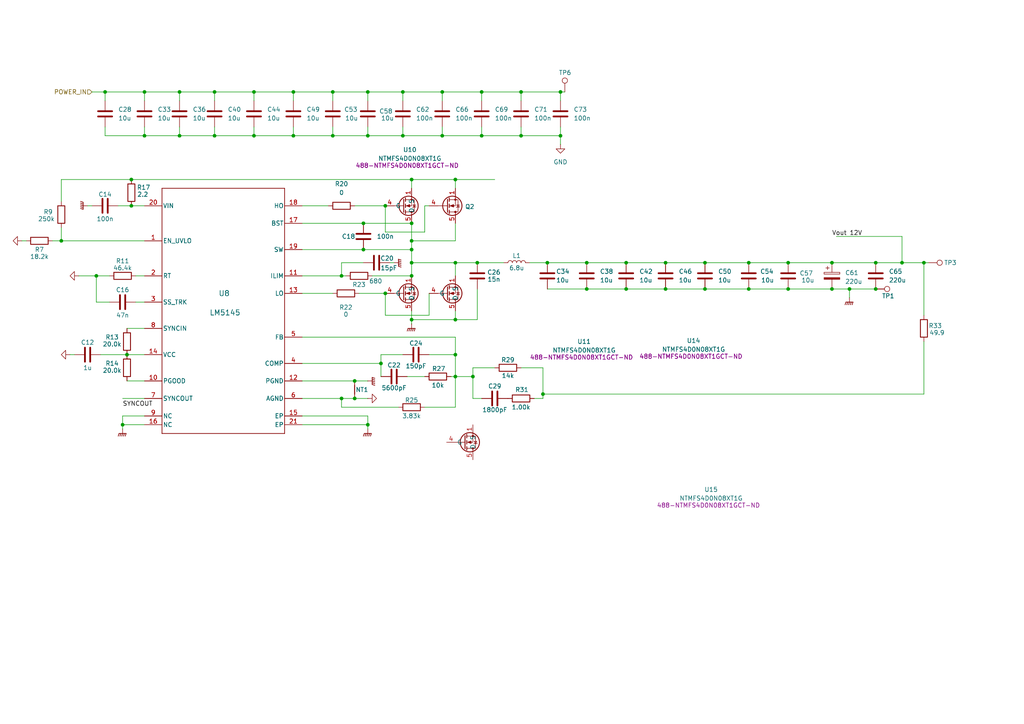
<source format=kicad_sch>
(kicad_sch (version 20231120) (generator "eeschema") (generator_version "8.0")
  (paper "A4")
  (lib_symbols
    (symbol "2024-07-27_02-47-30:LM5145RGYR" (pin_names (offset 0.254))
      (property "Reference" "U" (at 0 2.54 0))
      (property "Value" "LM5145RGYR" (at 0 0 0))
      (symbol "LM5145RGYR_0_1"
        (polyline (pts (xy -17.78 -35.56) (xy 17.78 -35.56)) (stroke (width 0.2032)))
        (polyline (pts (xy -17.78 35.56) (xy -17.78 -35.56)) (stroke (width 0.2032)))
        (polyline (pts (xy 17.78 -35.56) (xy 17.78 35.56)) (stroke (width 0.2032)))
        (polyline (pts (xy 17.78 35.56) (xy -17.78 35.56)) (stroke (width 0.2032)))
        (pin input line (at -22.86 20.32 0) (length 5.08) (name "EN_UVLO") (number "1"))
        (pin open_collector line (at -22.86 -20.32 0) (length 5.08) (name "PGOOD") (number "10"))
        (pin input line (at 22.86 10.16 180) (length 5.08) (name "ILIM") (number "11"))
        (pin power_in line (at 22.86 -20.32 180) (length 5.08) (name "PGND") (number "12"))
        (pin output line (at 22.86 5.08 180) (length 5.08) (name "LO") (number "13"))
        (pin power_in line (at -22.86 -12.7 0) (length 5.08) (name "VCC") (number "14"))
        (pin power_in line (at 22.86 -30.48 180) (length 5.08) (name "EP") (number "15"))
        (pin unspecified line (at -22.86 -33.02 0) (length 5.08) (name "NC") (number "16"))
        (pin unspecified line (at 22.86 25.4 180) (length 5.08) (name "BST") (number "17"))
        (pin output line (at 22.86 30.48 180) (length 5.08) (name "HO") (number "18"))
        (pin power_in line (at 22.86 17.78 180) (length 5.08) (name "SW") (number "19"))
        (pin input line (at -22.86 10.16 0) (length 5.08) (name "RT") (number "2"))
        (pin power_in line (at -22.86 30.48 0) (length 5.08) (name "VIN") (number "20"))
        (pin power_in line (at 22.86 -33.02 180) (length 5.08) (name "EP") (number "21"))
        (pin input line (at -22.86 2.54 0) (length 5.08) (name "SS_TRK") (number "3"))
        (pin unspecified line (at 22.86 -15.24 180) (length 5.08) (name "COMP") (number "4"))
        (pin input line (at 22.86 -7.62 180) (length 5.08) (name "FB") (number "5"))
        (pin power_in line (at 22.86 -25.4 180) (length 5.08) (name "AGND") (number "6"))
        (pin output line (at -22.86 -25.4 0) (length 5.08) (name "SYNCOUT") (number "7"))
        (pin input line (at -22.86 -5.08 0) (length 5.08) (name "SYNCIN") (number "8"))
        (pin unspecified line (at -22.86 -30.48 0) (length 5.08) (name "NC") (number "9"))
      )
    )
    (symbol "Connector:TestPoint" (pin_numbers hide) (pin_names (offset 0.762) hide)
      (property "Reference" "TP" (at 0 6.858 0))
      (property "Value" "TestPoint" (at 0 5.08 0))
      (symbol "TestPoint_0_1"
        (circle (center 0 3.302) (radius 0.762))
      )
      (symbol "TestPoint_1_1"
        (pin passive line (at 0 0 90) (length 2.54) (name "1") (number "1"))
      )
    )
    (symbol "Device:C" (pin_numbers hide) (pin_names (offset 0.254))
      (property "Reference" "C" (at 0.635 2.54 0))
      (property "Value" "C" (at 0.635 -2.54 0))
      (symbol "C_0_1"
        (polyline (pts (xy -2.032 -0.762) (xy 2.032 -0.762)) (stroke (width 0.508)))
        (polyline (pts (xy -2.032 0.762) (xy 2.032 0.762)) (stroke (width 0.508)))
      )
      (symbol "C_1_1"
        (pin passive line (at 0 3.81 270) (length 2.794) (name "~") (number "1"))
        (pin passive line (at 0 -3.81 90) (length 2.794) (name "~") (number "2"))
      )
    )
    (symbol "Device:C_Polarized" (pin_numbers hide) (pin_names (offset 0.254))
      (property "Reference" "C" (at 0.635 2.54 0))
      (property "Value" "C_Polarized" (at 0.635 -2.54 0))
      (symbol "C_Polarized_0_1"
        (rectangle (start -2.286 0.508) (end 2.286 1.016))
        (polyline (pts (xy -1.778 2.286) (xy -0.762 2.286)))
        (polyline (pts (xy -1.27 2.794) (xy -1.27 1.778)))
        (rectangle (start 2.286 -0.508) (end -2.286 -1.016) (fill (type outline)))
      )
      (symbol "C_Polarized_1_1"
        (pin passive line (at 0 3.81 270) (length 2.794) (name "~") (number "1"))
        (pin passive line (at 0 -3.81 90) (length 2.794) (name "~") (number "2"))
      )
    )
    (symbol "Device:L" (pin_numbers hide) (pin_names (offset 1.016) hide)
      (property "Reference" "L" (at -1.27 0 90))
      (property "Value" "L" (at 1.905 0 90))
      (symbol "L_0_1"
        (arc (start 0 -2.54) (mid 0.6323 -1.905) (end 0 -1.27))
        (arc (start 0 -1.27) (mid 0.6323 -0.635) (end 0 0))
        (arc (start 0 0) (mid 0.6323 0.635) (end 0 1.27))
        (arc (start 0 1.27) (mid 0.6323 1.905) (end 0 2.54))
      )
      (symbol "L_1_1"
        (pin passive line (at 0 3.81 270) (length 1.27) (name "1") (number "1"))
        (pin passive line (at 0 -3.81 90) (length 1.27) (name "2") (number "2"))
      )
    )
    (symbol "Device:NetTie_2" (pin_numbers hide) (pin_names (offset 0) hide) (in_bom no)
      (property "Reference" "NT" (at 0 1.27 0))
      (property "Value" "NetTie_2" (at 0 -1.27 0))
      (symbol "NetTie_2_0_1"
        (polyline (pts (xy -1.27 0) (xy 1.27 0)) (stroke (width 0.254)))
      )
      (symbol "NetTie_2_1_1"
        (pin passive line (at -2.54 0 0) (length 2.54) (name "1") (number "1"))
        (pin passive line (at 2.54 0 180) (length 2.54) (name "2") (number "2"))
      )
    )
    (symbol "Device:R" (pin_numbers hide) (pin_names (offset 0))
      (property "Reference" "R" (at 2.032 0 90))
      (property "Value" "R" (at 0 0 90))
      (symbol "R_0_1"
        (rectangle (start -1.016 -2.54) (end 1.016 2.54) (stroke (width 0.254)))
      )
      (symbol "R_1_1"
        (pin passive line (at 0 3.81 270) (length 1.27) (name "~") (number "1"))
        (pin passive line (at 0 -3.81 90) (length 1.27) (name "~") (number "2"))
      )
    )
    (symbol "NTMFS4D0N08XT1G_1"
      (property "Reference" "U" (at 3.556 5.08 0))
      (property "Value" "NTMFS4D0N08XT1G" (at 11.938 2.794 0))
      (property "DK#" "488-NTMFS4D0N08XT1GCT-ND" (at 0.762 -13.97 0))
      (symbol "NTMFS4D0N08XT1G_1_0_1"
        (circle (center -0.889 0) (radius 2.794) (stroke (width 0.254)))
        (circle (center 0 -1.778) (radius 0.254) (fill (type outline)))
        (polyline (pts (xy -2.286 0) (xy -5.08 0)))
        (polyline (pts (xy -2.286 1.905) (xy -2.286 -1.905)) (stroke (width 0.254)))
        (polyline (pts (xy -1.778 -1.27) (xy -1.778 -2.286)) (stroke (width 0.254)))
        (polyline (pts (xy -1.778 0.508) (xy -1.778 -0.508)) (stroke (width 0.254)))
        (polyline (pts (xy -1.778 2.286) (xy -1.778 1.27)) (stroke (width 0.254)))
        (polyline (pts (xy 0 2.54) (xy 0 1.778)))
        (polyline (pts (xy 0 -2.54) (xy 0 0) (xy -1.778 0)))
        (polyline (pts (xy -1.778 -1.778) (xy 0.762 -1.778) (xy 0.762 1.778) (xy -1.778 1.778)))
        (polyline (pts (xy -1.524 0) (xy -0.508 0.381) (xy -0.508 -0.381) (xy -1.524 0)) (fill (type outline)))
        (polyline (pts (xy 0.254 0.508) (xy 0.381 0.381) (xy 1.143 0.381) (xy 1.27 0.254)))
        (polyline (pts (xy 0.762 0.381) (xy 0.381 -0.254) (xy 1.143 -0.254) (xy 0.762 0.381)))
        (circle (center 0 1.778) (radius 0.254) (fill (type outline)))
      )
      (symbol "NTMFS4D0N08XT1G_1_1_1"
        (pin passive line (at 0 -5.08 90) (length 2.54) (name "S") (number "1"))
        (pin passive line (at 0 -5.08 90) (length 2.54) hide (name "S") (number "2"))
        (pin passive line (at 0 -5.08 90) (length 2.54) hide (name "S") (number "3"))
        (pin input line (at -7.62 0 0) (length 2.54) (name "G") (number "4"))
        (pin passive line (at 0 5.08 270) (length 2.54) (name "D") (number "5"))
      )
    )
    (symbol "Transistor_FET:CSD18563Q5A" (pin_names hide)
      (property "Reference" "Q" (at 5.08 1.905 0))
      (property "Value" "CSD18563Q5A" (at 5.08 0 0))
      (symbol "CSD18563Q5A_0_1"
        (polyline (pts (xy 0.254 0) (xy -2.54 0)))
        (polyline (pts (xy 0.254 1.905) (xy 0.254 -1.905)) (stroke (width 0.254)))
        (polyline (pts (xy 0.762 -1.27) (xy 0.762 -2.286)) (stroke (width 0.254)))
        (polyline (pts (xy 0.762 0.508) (xy 0.762 -0.508)) (stroke (width 0.254)))
        (polyline (pts (xy 0.762 2.286) (xy 0.762 1.27)) (stroke (width 0.254)))
        (polyline (pts (xy 2.54 2.54) (xy 2.54 1.778)))
        (polyline (pts (xy 2.54 -2.54) (xy 2.54 0) (xy 0.762 0)))
        (polyline (pts (xy 0.762 -1.778) (xy 3.302 -1.778) (xy 3.302 1.778) (xy 0.762 1.778)))
        (polyline (pts (xy 1.016 0) (xy 2.032 0.381) (xy 2.032 -0.381) (xy 1.016 0)) (fill (type outline)))
        (polyline (pts (xy 2.794 0.508) (xy 2.921 0.381) (xy 3.683 0.381) (xy 3.81 0.254)))
        (polyline (pts (xy 3.302 0.381) (xy 2.921 -0.254) (xy 3.683 -0.254) (xy 3.302 0.381)))
        (circle (center 1.651 0) (radius 2.794) (stroke (width 0.254)))
        (circle (center 2.54 -1.778) (radius 0.254) (fill (type outline)))
        (circle (center 2.54 1.778) (radius 0.254) (fill (type outline)))
      )
      (symbol "CSD18563Q5A_1_1"
        (pin passive line (at 2.54 -5.08 90) (length 2.54) (name "S") (number "1"))
        (pin passive line (at 2.54 -5.08 90) (length 2.54) hide (name "S") (number "2"))
        (pin passive line (at 2.54 -5.08 90) (length 2.54) hide (name "S") (number "3"))
        (pin passive line (at -5.08 0 0) (length 2.54) (name "G") (number "4"))
        (pin passive line (at 2.54 5.08 270) (length 2.54) (name "D") (number "5"))
      )
    )
    (symbol "power:GND" (power) (pin_numbers hide) (pin_names (offset 0) hide)
      (property "Value" "GND" (at 0 -3.81 0))
      (symbol "GND_0_1"
        (polyline (pts (xy 0 0) (xy 0 -1.27) (xy 1.27 -1.27) (xy 0 -2.54) (xy -1.27 -1.27) (xy 0 -1.27)))
      )
      (symbol "GND_1_1"
        (pin power_in line (at 0 0 270) (length 0) (name "~") (number "1"))
      )
    )
    (symbol "power:GNDPWR" (power) (pin_numbers hide) (pin_names (offset 0) hide)
      (property "Value" "GNDPWR" (at 0 -3.302 0))
      (symbol "GNDPWR_0_1"
        (polyline (pts (xy 0 -1.27) (xy 0 0)))
        (polyline (pts (xy -1.016 -1.27) (xy -1.27 -2.032) (xy -1.27 -2.032)) (stroke (width 0.2032)))
        (polyline (pts (xy -0.508 -1.27) (xy -0.762 -2.032) (xy -0.762 -2.032)) (stroke (width 0.2032)))
        (polyline (pts (xy 0 -1.27) (xy -0.254 -2.032) (xy -0.254 -2.032)) (stroke (width 0.2032)))
        (polyline (pts (xy 0.508 -1.27) (xy 0.254 -2.032) (xy 0.254 -2.032)) (stroke (width 0.2032)))
        (polyline (pts (xy 1.016 -1.27) (xy -1.016 -1.27) (xy -1.016 -1.27)) (stroke (width 0.2032)))
        (polyline (pts (xy 1.016 -1.27) (xy 0.762 -2.032) (xy 0.762 -2.032) (xy 0.762 -2.032)) (stroke (width 0.2032)))
      )
      (symbol "GNDPWR_1_1"
        (pin power_in line (at 0 0 270) (length 0) (name "~") (number "1"))
      )
    )
  )
  (junction (at 36.83 102.87))
  (junction (at 116.84 39.37))
  (junction (at 41.91 39.37))
  (junction (at 241.3 83.82))
  (junction (at 96.52 39.37))
  (junction (at 102.87 115.57))
  (junction (at 105.41 72.39))
  (junction (at 119.38 64.77))
  (junction (at 217.17 83.82))
  (junction (at 119.38 69.85))
  (junction (at 261.62 76.2))
  (junction (at 204.47 76.2))
  (junction (at 85.09 26.67))
  (junction (at 193.04 83.82))
  (junction (at 254 83.82))
  (junction (at 228.6 76.2))
  (junction (at 170.18 76.2))
  (junction (at 119.38 80.01))
  (junction (at 106.68 39.37))
  (junction (at 119.38 92.71))
  (junction (at 41.91 26.67))
  (junction (at 128.27 39.37))
  (junction (at 137.16 109.22))
  (junction (at 99.06 115.57))
  (junction (at 162.56 26.67))
  (junction (at 102.87 110.49))
  (junction (at 267.97 76.2))
  (junction (at 110.49 105.41))
  (junction (at 105.41 64.77))
  (junction (at 119.38 76.2))
  (junction (at 62.23 39.37))
  (junction (at 99.06 80.01))
  (junction (at 241.3 76.2))
  (junction (at 138.43 76.2))
  (junction (at 181.61 76.2))
  (junction (at 17.78 69.85))
  (junction (at 52.07 26.67))
  (junction (at 96.52 26.67))
  (junction (at 106.68 123.19))
  (junction (at 158.75 76.2))
  (junction (at 151.13 26.67))
  (junction (at 38.1 59.69))
  (junction (at 162.56 39.37))
  (junction (at 27.94 80.01))
  (junction (at 38.1 52.07))
  (junction (at 35.56 123.19))
  (junction (at 217.17 76.2))
  (junction (at 62.23 26.67))
  (junction (at 30.48 26.67))
  (junction (at 73.66 26.67))
  (junction (at 170.18 83.82))
  (junction (at 204.47 83.82))
  (junction (at 254 76.2))
  (junction (at 193.04 76.2))
  (junction (at 119.38 52.07))
  (junction (at 73.66 39.37))
  (junction (at 111.76 59.69))
  (junction (at 246.38 83.82))
  (junction (at 157.48 114.3))
  (junction (at 132.08 102.87))
  (junction (at 139.7 26.67))
  (junction (at 228.6 83.82))
  (junction (at 116.84 26.67))
  (junction (at 52.07 39.37))
  (junction (at 111.76 85.09))
  (junction (at 151.13 39.37))
  (junction (at 132.08 109.22))
  (junction (at 181.61 83.82))
  (junction (at 128.27 26.67))
  (junction (at 139.7 39.37))
  (junction (at 132.08 52.07))
  (junction (at 132.08 92.71))
  (junction (at 106.68 26.67))
  (junction (at 132.08 76.2))
  (junction (at 85.09 39.37))
  (junction (at 119.38 72.39))
  (wire (pts (xy 52.07 39.37) (xy 52.07 36.83)))
  (wire (pts (xy 128.27 29.21) (xy 128.27 26.67)))
  (wire (pts (xy 139.7 39.37) (xy 151.13 39.37)))
  (wire (pts (xy 87.63 72.39) (xy 105.41 72.39)))
  (wire (pts (xy 119.38 52.07) (xy 132.08 52.07)))
  (wire (pts (xy 132.08 90.17) (xy 132.08 92.71)))
  (wire (pts (xy 139.7 29.21) (xy 139.7 26.67)))
  (wire (pts (xy 26.67 26.67) (xy 30.48 26.67)))
  (wire (pts (xy 151.13 39.37) (xy 162.56 39.37)))
  (wire (pts (xy 52.07 29.21) (xy 52.07 26.67)))
  (wire (pts (xy 30.48 39.37) (xy 41.91 39.37)))
  (wire (pts (xy 30.48 29.21) (xy 30.48 26.67)))
  (wire (pts (xy 85.09 39.37) (xy 85.09 36.83)))
  (wire (pts (xy 35.56 120.65) (xy 41.91 120.65)))
  (wire (pts (xy 246.38 83.82) (xy 254 83.82)))
  (wire (pts (xy 110.49 109.22) (xy 110.49 105.41)))
  (wire (pts (xy 269.24 76.2) (xy 267.97 76.2)))
  (wire (pts (xy 261.62 68.58) (xy 261.62 76.2)))
  (wire (pts (xy 132.08 64.77) (xy 132.08 69.85)))
  (wire (pts (xy 130.81 109.22) (xy 132.08 109.22)))
  (wire (pts (xy 96.52 39.37) (xy 106.68 39.37)))
  (wire (pts (xy 154.94 115.57) (xy 157.48 115.57)))
  (wire (pts (xy 228.6 83.82) (xy 241.3 83.82)))
  (wire (pts (xy 241.3 76.2) (xy 254 76.2)))
  (wire (pts (xy 128.27 39.37) (xy 139.7 39.37)))
  (wire (pts (xy 119.38 93.98) (xy 119.38 92.71)))
  (wire (pts (xy 132.08 102.87) (xy 132.08 109.22)))
  (wire (pts (xy 106.68 39.37) (xy 116.84 39.37)))
  (wire (pts (xy 162.56 39.37) (xy 162.56 41.91)))
  (wire (pts (xy 267.97 91.44) (xy 267.97 76.2)))
  (wire (pts (xy 106.68 110.49) (xy 102.87 110.49)))
  (wire (pts (xy 99.06 115.57) (xy 99.06 118.11)))
  (wire (pts (xy 132.08 69.85) (xy 119.38 69.85)))
  (wire (pts (xy 119.38 72.39) (xy 119.38 76.2)))
  (wire (pts (xy 162.56 29.21) (xy 162.56 26.67)))
  (wire (pts (xy 99.06 115.57) (xy 87.63 115.57)))
  (wire (pts (xy 110.49 102.87) (xy 110.49 105.41)))
  (wire (pts (xy 137.16 115.57) (xy 139.7 115.57)))
  (wire (pts (xy 62.23 26.67) (xy 73.66 26.67)))
  (wire (pts (xy 27.94 87.63) (xy 31.75 87.63)))
  (wire (pts (xy 17.78 52.07) (xy 38.1 52.07)))
  (wire (pts (xy 132.08 52.07) (xy 132.08 54.61)))
  (wire (pts (xy 132.08 76.2) (xy 132.08 80.01)))
  (wire (pts (xy 119.38 52.07) (xy 119.38 54.61)))
  (wire (pts (xy 85.09 29.21) (xy 85.09 26.67)))
  (wire (pts (xy 39.37 87.63) (xy 41.91 87.63)))
  (wire (pts (xy 153.67 76.2) (xy 158.75 76.2)))
  (wire (pts (xy 35.56 120.65) (xy 35.56 123.19)))
  (wire (pts (xy 29.21 102.87) (xy 36.83 102.87)))
  (wire (pts (xy 124.46 102.87) (xy 132.08 102.87)))
  (wire (pts (xy 123.19 59.69) (xy 123.19 67.31)))
  (wire (pts (xy 267.97 114.3) (xy 267.97 99.06)))
  (wire (pts (xy 87.63 59.69) (xy 95.25 59.69)))
  (wire (pts (xy 99.06 80.01) (xy 87.63 80.01)))
  (wire (pts (xy 102.87 115.57) (xy 106.68 115.57)))
  (wire (pts (xy 157.48 114.3) (xy 157.48 115.57)))
  (wire (pts (xy 36.83 102.87) (xy 41.91 102.87)))
  (wire (pts (xy 228.6 76.2) (xy 241.3 76.2)))
  (wire (pts (xy 106.68 26.67) (xy 116.84 26.67)))
  (wire (pts (xy 62.23 29.21) (xy 62.23 26.67)))
  (wire (pts (xy 111.76 67.31) (xy 111.76 59.69)))
  (wire (pts (xy 17.78 66.04) (xy 17.78 69.85)))
  (wire (pts (xy 20.32 102.87) (xy 21.59 102.87)))
  (wire (pts (xy 119.38 76.2) (xy 132.08 76.2)))
  (wire (pts (xy 116.84 29.21) (xy 116.84 26.67)))
  (wire (pts (xy 30.48 26.67) (xy 41.91 26.67)))
  (wire (pts (xy 41.91 39.37) (xy 41.91 36.83)))
  (wire (pts (xy 22.86 80.01) (xy 27.94 80.01)))
  (wire (pts (xy 254 76.2) (xy 261.62 76.2)))
  (wire (pts (xy 99.06 76.2) (xy 99.06 80.01)))
  (wire (pts (xy 137.16 109.22) (xy 137.16 115.57)))
  (wire (pts (xy 100.33 80.01) (xy 99.06 80.01)))
  (wire (pts (xy 87.63 64.77) (xy 105.41 64.77)))
  (wire (pts (xy 151.13 26.67) (xy 162.56 26.67)))
  (wire (pts (xy 119.38 92.71) (xy 119.38 90.17)))
  (wire (pts (xy 132.08 109.22) (xy 137.16 109.22)))
  (wire (pts (xy 157.48 106.68) (xy 157.48 114.3)))
  (wire (pts (xy 132.08 97.79) (xy 132.08 102.87)))
  (wire (pts (xy 17.78 69.85) (xy 41.91 69.85)))
  (wire (pts (xy 151.13 39.37) (xy 151.13 36.83)))
  (wire (pts (xy 261.62 68.58) (xy 242.57 68.58)))
  (wire (pts (xy 27.94 80.01) (xy 31.75 80.01)))
  (wire (pts (xy 106.68 123.19) (xy 106.68 124.46)))
  (wire (pts (xy 151.13 106.68) (xy 157.48 106.68)))
  (wire (pts (xy 96.52 26.67) (xy 106.68 26.67)))
  (wire (pts (xy 119.38 64.77) (xy 119.38 69.85)))
  (wire (pts (xy 158.75 83.82) (xy 170.18 83.82)))
  (wire (pts (xy 106.68 29.21) (xy 106.68 26.67)))
  (wire (pts (xy 124.46 85.09) (xy 124.46 91.44)))
  (wire (pts (xy 124.46 59.69) (xy 123.19 59.69)))
  (wire (pts (xy 87.63 85.09) (xy 96.52 85.09)))
  (wire (pts (xy 119.38 76.2) (xy 119.38 80.01)))
  (wire (pts (xy 128.27 39.37) (xy 128.27 36.83)))
  (wire (pts (xy 87.63 105.41) (xy 110.49 105.41)))
  (wire (pts (xy 87.63 123.19) (xy 106.68 123.19)))
  (wire (pts (xy 132.08 52.07) (xy 143.51 52.07)))
  (wire (pts (xy 30.48 39.37) (xy 30.48 36.83)))
  (wire (pts (xy 139.7 39.37) (xy 139.7 36.83)))
  (wire (pts (xy 41.91 26.67) (xy 52.07 26.67)))
  (wire (pts (xy 35.56 123.19) (xy 35.56 124.46)))
  (wire (pts (xy 96.52 29.21) (xy 96.52 26.67)))
  (wire (pts (xy 162.56 26.67) (xy 163.83 26.67)))
  (wire (pts (xy 39.37 80.01) (xy 41.91 80.01)))
  (wire (pts (xy 113.03 76.2) (xy 114.3 76.2)))
  (wire (pts (xy 204.47 76.2) (xy 217.17 76.2)))
  (wire (pts (xy 35.56 123.19) (xy 41.91 123.19)))
  (wire (pts (xy 73.66 26.67) (xy 85.09 26.67)))
  (wire (pts (xy 170.18 83.82) (xy 181.61 83.82)))
  (wire (pts (xy 132.08 109.22) (xy 132.08 118.11)))
  (wire (pts (xy 132.08 92.71) (xy 138.43 92.71)))
  (wire (pts (xy 73.66 39.37) (xy 73.66 36.83)))
  (wire (pts (xy 116.84 102.87) (xy 110.49 102.87)))
  (wire (pts (xy 87.63 120.65) (xy 106.68 120.65)))
  (wire (pts (xy 204.47 83.82) (xy 217.17 83.82)))
  (wire (pts (xy 7.62 69.85) (xy 6.35 69.85)))
  (wire (pts (xy 38.1 52.07) (xy 119.38 52.07)))
  (wire (pts (xy 102.87 59.69) (xy 111.76 59.69)))
  (wire (pts (xy 85.09 26.67) (xy 96.52 26.67)))
  (wire (pts (xy 116.84 39.37) (xy 116.84 36.83)))
  (wire (pts (xy 124.46 91.44) (xy 111.76 91.44)))
  (wire (pts (xy 181.61 83.82) (xy 193.04 83.82)))
  (wire (pts (xy 99.06 76.2) (xy 105.41 76.2)))
  (wire (pts (xy 151.13 29.21) (xy 151.13 26.67)))
  (wire (pts (xy 138.43 76.2) (xy 146.05 76.2)))
  (wire (pts (xy 119.38 92.71) (xy 132.08 92.71)))
  (wire (pts (xy 118.11 109.22) (xy 123.19 109.22)))
  (wire (pts (xy 106.68 120.65) (xy 106.68 123.19)))
  (wire (pts (xy 137.16 106.68) (xy 143.51 106.68)))
  (wire (pts (xy 217.17 83.82) (xy 228.6 83.82)))
  (wire (pts (xy 73.66 29.21) (xy 73.66 26.67)))
  (wire (pts (xy 99.06 115.57) (xy 102.87 115.57)))
  (wire (pts (xy 128.27 26.67) (xy 139.7 26.67)))
  (wire (pts (xy 62.23 39.37) (xy 73.66 39.37)))
  (wire (pts (xy 52.07 26.67) (xy 62.23 26.67)))
  (wire (pts (xy 116.84 26.67) (xy 128.27 26.67)))
  (wire (pts (xy 36.83 110.49) (xy 41.91 110.49)))
  (wire (pts (xy 26.67 59.69) (xy 25.4 59.69)))
  (wire (pts (xy 99.06 118.11) (xy 115.57 118.11)))
  (wire (pts (xy 73.66 39.37) (xy 85.09 39.37)))
  (wire (pts (xy 137.16 106.68) (xy 137.16 109.22)))
  (wire (pts (xy 139.7 26.67) (xy 151.13 26.67)))
  (wire (pts (xy 27.94 87.63) (xy 27.94 80.01)))
  (wire (pts (xy 85.09 39.37) (xy 96.52 39.37)))
  (wire (pts (xy 123.19 67.31) (xy 111.76 67.31)))
  (wire (pts (xy 246.38 86.36) (xy 246.38 83.82)))
  (wire (pts (xy 111.76 91.44) (xy 111.76 85.09)))
  (wire (pts (xy 17.78 52.07) (xy 17.78 58.42)))
  (wire (pts (xy 87.63 97.79) (xy 132.08 97.79)))
  (wire (pts (xy 261.62 76.2) (xy 267.97 76.2)))
  (wire (pts (xy 116.84 39.37) (xy 128.27 39.37)))
  (wire (pts (xy 241.3 83.82) (xy 246.38 83.82)))
  (wire (pts (xy 170.18 76.2) (xy 181.61 76.2)))
  (wire (pts (xy 119.38 69.85) (xy 119.38 72.39)))
  (wire (pts (xy 105.41 64.77) (xy 119.38 64.77)))
  (wire (pts (xy 36.83 95.25) (xy 41.91 95.25)))
  (wire (pts (xy 17.78 69.85) (xy 15.24 69.85)))
  (wire (pts (xy 105.41 72.39) (xy 119.38 72.39)))
  (wire (pts (xy 106.68 39.37) (xy 106.68 36.83)))
  (wire (pts (xy 138.43 83.82) (xy 138.43 92.71)))
  (wire (pts (xy 123.19 118.11) (xy 132.08 118.11)))
  (wire (pts (xy 104.14 85.09) (xy 111.76 85.09)))
  (wire (pts (xy 62.23 39.37) (xy 62.23 36.83)))
  (wire (pts (xy 181.61 76.2) (xy 193.04 76.2)))
  (wire (pts (xy 193.04 76.2) (xy 204.47 76.2)))
  (wire (pts (xy 96.52 39.37) (xy 96.52 36.83)))
  (wire (pts (xy 217.17 76.2) (xy 228.6 76.2)))
  (wire (pts (xy 35.56 115.57) (xy 41.91 115.57)))
  (wire (pts (xy 158.75 76.2) (xy 170.18 76.2)))
  (wire (pts (xy 193.04 83.82) (xy 204.47 83.82)))
  (wire (pts (xy 38.1 59.69) (xy 41.91 59.69)))
  (wire (pts (xy 41.91 29.21) (xy 41.91 26.67)))
  (wire (pts (xy 41.91 39.37) (xy 52.07 39.37)))
  (wire (pts (xy 157.48 114.3) (xy 267.97 114.3)))
  (wire (pts (xy 162.56 39.37) (xy 162.56 36.83)))
  (wire (pts (xy 34.29 59.69) (xy 38.1 59.69)))
  (wire (pts (xy 107.95 80.01) (xy 119.38 80.01)))
  (wire (pts (xy 132.08 76.2) (xy 138.43 76.2)))
  (wire (pts (xy 87.63 110.49) (xy 102.87 110.49)))
  (wire (pts (xy 52.07 39.37) (xy 62.23 39.37)))
  (label "Vout 12V" (at 241.3 68.58 0))
  (label "SYNCOUT" (at 35.56 118.11 0))
  (hierarchical_label "POWER_IN" (shape input) (at 26.67 26.67 180))
  (symbol (lib_id "power:GND") (at 162.56 41.91 0) (unit 1)
    (property "Reference" "#PWR052" (effects (hide yes)))
    (property "Value" "GND" (at 162.56 46.99 0))
    (property "Description" "Power symbol creates a global label with name \"GND\" , ground" (effects (hide yes)))
  )
  (symbol (lib_name "NTMFS4D0N08XT1G_1") (lib_id "ecocad_lib_symbols:NTMFS4D0N08XT1G") (at 119.38 85.09 0) (mirror x) (unit 1)
    (property "Reference" "U11" (at 169.418 99.06 0))
    (property "Value" "NTMFS4D0N08XT1G" (at 169.418 101.6 0))
    (property "Footprint" "ecocad_lib_footprints:PowerMosDFNHybrid" (effects (hide yes)))
    (property "Datasheet" "https://www.onsemi.com/download/data-sheet/pdf/ntmfs4d0n08x-d.pdf" (effects (hide yes)))
    (property "Description" "N-Channel 80 V 119A (Tc) 107W (Tc) Surface Mount 5-DFN (5x6) (8-SOFL)" (effects (hide yes)))
    (property "DK#" "488-NTMFS4D0N08XT1GCT-ND" (at 168.656 103.632 0))
  )
  (symbol (lib_id "Transistor_FET:CSD18563Q5A") (at 129.54 59.69 0) (mirror x) (unit 1)
    (property "Reference" "Q2" (at 134.874 59.944 0) (effects (justify left)))
    (property "Value" "NTMFS4D0N08XT1G" (effects (hide yes)))
    (property "Footprint" "ecocad_lib_footprints:PowerMosDFNHybrid" (effects (hide yes)))
    (property "Datasheet" "http://www.ti.com/lit/gpn/csd18563q5a" (effects (hide yes)))
    (property "Description" "100A Id, 60V Vds, NexFET N-Channel Power MOSFET, 6.8mOhm Ron, 15nC Qg(typ), SON8 5x6mm" (effects (hide yes)))
  )
  (symbol (lib_id "Device:C") (at 105.41 68.58 180) (unit 1)
    (property "Reference" "C18" (at 101.092 68.58 0))
    (property "Value" "100n" (at 111.76 68.58 0))
    (property "Footprint" "Capacitor_SMD:C_0603_1608Metric" (effects (hide yes)))
    (property "Description" "Unpolarized capacitor" (effects (hide yes)))
  )
  (symbol (lib_id "Device:R") (at 36.83 99.06 0) (unit 1)
    (property "Reference" "R13" (at 32.512 97.79 0))
    (property "Value" "20.0k" (at 32.512 99.822 0))
    (property "Footprint" "Resistor_SMD:R_0603_1608Metric" (effects (hide yes)))
    (property "Description" "Resistor" (effects (hide yes)))
  )
  (symbol (lib_id "Device:C") (at 151.13 33.02 0) (unit 1)
    (property "Reference" "C71" (at 154.94 31.7499 0) (effects (justify left)))
    (property "Value" "100n" (at 154.94 34.2899 0) (effects (justify left)))
    (property "Footprint" "Capacitor_SMD:C_0603_1608Metric" (effects (hide yes)))
    (property "Description" "Unpolarized capacitor" (effects (hide yes)))
  )
  (symbol (lib_id "Device:L") (at 149.86 76.2 90) (unit 1)
    (property "Reference" "L1" (at 149.86 74.168 90))
    (property "Value" "6.8u" (at 149.86 77.724 90))
    (property "Footprint" "ecocad_lib_footprints:L_Bourns_SRR1208_12.7x12.7mm" (effects (hide yes)))
    (property "Description" "Inductor" (effects (hide yes)))
  )
  (symbol (lib_id "Device:R") (at 147.32 106.68 90) (unit 1)
    (property "Reference" "R29" (at 147.32 104.394 90))
    (property "Value" "14k" (at 147.32 108.966 90))
    (property "Footprint" "Resistor_SMD:R_0603_1608Metric" (effects (hide yes)))
    (property "Description" "Resistor" (effects (hide yes)))
  )
  (symbol (lib_id "Device:C") (at 120.65 102.87 90) (unit 1)
    (property "Reference" "C24" (at 120.65 99.568 90))
    (property "Value" "150pF" (at 120.65 106.172 90))
    (property "Footprint" "Capacitor_SMD:C_0603_1608Metric" (effects (hide yes)))
    (property "Description" "Unpolarized capacitor" (effects (hide yes)))
  )
  (symbol (lib_id "Device:C") (at 228.6 80.01 0) (unit 1)
    (property "Reference" "C57" (at 231.902 79.248 0) (effects (justify left)))
    (property "Value" "10u" (at 232.41 81.2799 0) (effects (justify left)))
    (property "Footprint" "Capacitor_SMD:C_1210_3225Metric" (effects (hide yes)))
    (property "Description" "Unpolarized capacitor" (effects (hide yes)))
  )
  (symbol (lib_name "NTMFS4D0N08XT1G_1") (lib_id "ecocad_lib_symbols:NTMFS4D0N08XT1G") (at 137.16 128.27 0) (mirror x) (unit 1)
    (property "Reference" "U15" (at 206.248 141.986 0))
    (property "Value" "NTMFS4D0N08XT1G" (at 206.248 144.526 0))
    (property "Footprint" "ecocad_lib_footprints:PowerMosDFNHybrid" (effects (hide yes)))
    (property "Datasheet" "https://www.onsemi.com/download/data-sheet/pdf/ntmfs4d0n08x-d.pdf" (effects (hide yes)))
    (property "Description" "N-Channel 80 V 119A (Tc) 107W (Tc) Surface Mount 5-DFN (5x6) (8-SOFL)" (effects (hide yes)))
    (property "DK#" "488-NTMFS4D0N08XT1GCT-ND" (at 205.486 146.558 0))
  )
  (symbol (lib_id "power:GND") (at 22.86 80.01 270) (unit 1)
    (property "Reference" "#PWR035" (effects (hide yes)))
    (property "Value" "GND" (effects (hide yes)))
    (property "Description" "Power symbol creates a global label with name \"GND\" , ground" (effects (hide yes)))
  )
  (symbol (lib_id "Connector:TestPoint") (at 254 83.82 270) (unit 1)
    (property "Reference" "TP1" (at 255.778 85.852 90) (effects (justify left)))
    (property "Value" "TestPoint" (effects (hide yes)))
    (property "Description" "test point" (effects (hide yes)))
  )
  (symbol (lib_name "NTMFS4D0N08XT1G_1") (lib_id "ecocad_lib_symbols:NTMFS4D0N08XT1G") (at 119.38 59.69 0) (mirror x) (unit 1)
    (property "Reference" "U10" (at 118.872 43.434 0))
    (property "Value" "NTMFS4D0N08XT1G" (at 118.872 45.974 0))
    (property "Footprint" "ecocad_lib_footprints:PowerMosDFNHybrid" (effects (hide yes)))
    (property "Datasheet" "https://www.onsemi.com/download/data-sheet/pdf/ntmfs4d0n08x-d.pdf" (effects (hide yes)))
    (property "Description" "N-Channel 80 V 119A (Tc) 107W (Tc) Surface Mount 5-DFN (5x6) (8-SOFL)" (effects (hide yes)))
    (property "DK#" "488-NTMFS4D0N08XT1GCT-ND" (at 118.11 48.006 0))
  )
  (symbol (lib_id "Device:C") (at 128.27 33.02 0) (unit 1)
    (property "Reference" "C66" (at 132.08 31.7499 0) (effects (justify left)))
    (property "Value" "100n" (at 132.08 34.2899 0) (effects (justify left)))
    (property "Footprint" "Capacitor_SMD:C_0603_1608Metric" (effects (hide yes)))
    (property "Description" "Unpolarized capacitor" (effects (hide yes)))
  )
  (symbol (lib_id "power:GND") (at 106.68 115.57 90) (unit 1)
    (property "Reference" "#PWR042" (effects (hide yes)))
    (property "Value" "GND" (effects (hide yes)))
    (property "Description" "Power symbol creates a global label with name \"GND\" , ground" (effects (hide yes)))
  )
  (symbol (lib_id "Device:NetTie_2") (at 102.87 113.03 90) (unit 1) (in_bom no)
    (property "Reference" "NT1" (at 103.124 113.03 90) (effects (justify right)))
    (property "Value" "NetTie_2" (effects (hide yes)))
    (property "Footprint" "NetTie:NetTie-2_SMD_Pad0.5mm" (effects (hide yes)))
    (property "Description" "Net tie, 2 pins" (effects (hide yes)))
  )
  (symbol (lib_id "power:GNDPWR") (at 35.56 124.46 0) (unit 1)
    (property "Reference" "#PWR039" (effects (hide yes)))
    (property "Value" "GNDPWR" (effects (hide yes)))
    (property "Description" "Power symbol creates a global label with name \"GNDPWR\" , global ground" (effects (hide yes)))
  )
  (symbol (lib_id "power:GNDPWR") (at 119.38 93.98 0) (unit 1)
    (property "Reference" "#PWR049" (effects (hide yes)))
    (property "Value" "GNDPWR" (effects (hide yes)))
    (property "Description" "Power symbol creates a global label with name \"GNDPWR\" , global ground" (effects (hide yes)))
  )
  (symbol (lib_id "power:GNDPWR") (at 106.68 124.46 0) (unit 1)
    (property "Reference" "#PWR043" (effects (hide yes)))
    (property "Value" "GNDPWR" (effects (hide yes)))
    (property "Description" "Power symbol creates a global label with name \"GNDPWR\" , global ground" (effects (hide yes)))
  )
  (symbol (lib_id "Device:R") (at 100.33 85.09 90) (unit 1)
    (property "Reference" "R22" (at 100.33 89.154 90))
    (property "Value" "0" (at 100.33 91.186 90))
    (property "Footprint" "Resistor_SMD:R_0603_1608Metric" (effects (hide yes)))
    (property "Description" "Resistor" (effects (hide yes)))
  )
  (symbol (lib_id "Device:C") (at 158.75 80.01 0) (unit 1)
    (property "Reference" "C34" (at 161.29 78.7399 0) (effects (justify left)))
    (property "Value" "10u" (at 161.29 81.2799 0) (effects (justify left)))
    (property "Footprint" "Capacitor_SMD:C_1210_3225Metric" (effects (hide yes)))
    (property "Description" "Unpolarized capacitor" (effects (hide yes)))
  )
  (symbol (lib_id "Device:R") (at 17.78 62.23 0) (unit 1)
    (property "Reference" "R9" (at 13.97 61.468 0))
    (property "Value" "250k" (at 13.462 63.5 0))
    (property "Footprint" "Resistor_SMD:R_0603_1608Metric" (effects (hide yes)))
    (property "Description" "Resistor" (effects (hide yes)))
  )
  (symbol (lib_id "Connector:TestPoint") (at 163.83 26.67 0) (unit 1)
    (property "Reference" "TP6" (at 162.052 21.082 0) (effects (justify left)))
    (property "Value" "TestPoint" (effects (hide yes)))
    (property "Description" "test point" (effects (hide yes)))
  )
  (symbol (lib_id "Device:C") (at 254 80.01 0) (unit 1)
    (property "Reference" "C65" (at 257.81 78.74 0) (effects (justify left)))
    (property "Value" "220u" (at 257.81 81.28 0) (effects (justify left)))
    (property "Footprint" "Capacitor_SMD:C_0603_1608Metric" (effects (hide yes)))
    (property "Description" "Unpolarized capacitor" (effects (hide yes)))
  )
  (symbol (lib_id "power:GND") (at 20.32 102.87 270) (unit 1)
    (property "Reference" "#PWR033" (effects (hide yes)))
    (property "Value" "GND" (effects (hide yes)))
    (property "Description" "Power symbol creates a global label with name \"GND\" , ground" (effects (hide yes)))
  )
  (symbol (lib_id "power:GNDPWR") (at 106.68 110.49 90) (unit 1)
    (property "Reference" "#PWR041" (effects (hide yes)))
    (property "Value" "GNDPWR" (effects (hide yes)))
    (property "Description" "Power symbol creates a global label with name \"GNDPWR\" , global ground" (effects (hide yes)))
  )
  (symbol (lib_id "Device:C") (at 204.47 80.01 0) (unit 1)
    (property "Reference" "C50" (at 208.28 78.7399 0) (effects (justify left)))
    (property "Value" "10u" (at 208.28 81.2799 0) (effects (justify left)))
    (property "Footprint" "Capacitor_SMD:C_1210_3225Metric" (effects (hide yes)))
    (property "Description" "Unpolarized capacitor" (effects (hide yes)))
  )
  (symbol (lib_id "Device:R") (at 99.06 59.69 90) (unit 1)
    (property "Reference" "R20" (at 99.06 53.34 90))
    (property "Value" "0" (at 99.06 55.88 90))
    (property "Footprint" "Resistor_SMD:R_0603_1608Metric" (effects (hide yes)))
    (property "Description" "Resistor" (effects (hide yes)))
  )
  (symbol (lib_id "Device:R") (at 267.97 95.25 180) (unit 1)
    (property "Reference" "R33" (at 271.272 94.488 0))
    (property "Value" "49.9" (at 271.78 96.52 0))
    (property "Footprint" "Resistor_SMD:R_0603_1608Metric" (effects (hide yes)))
    (property "Description" "Resistor" (effects (hide yes)))
  )
  (symbol (lib_id "Device:R") (at 151.13 115.57 90) (unit 1)
    (property "Reference" "R31" (at 151.384 113.03 90))
    (property "Value" "1.00k" (at 151.13 118.11 90))
    (property "Footprint" "Resistor_SMD:R_0603_1608Metric" (effects (hide yes)))
    (property "Description" "Resistor" (effects (hide yes)))
  )
  (symbol (lib_id "Device:C") (at 52.07 33.02 0) (unit 1)
    (property "Reference" "C36" (at 55.88 31.7499 0) (effects (justify left)))
    (property "Value" "10u" (at 55.88 34.2899 0) (effects (justify left)))
    (property "Footprint" "Capacitor_SMD:C_1210_3225Metric" (effects (hide yes)))
    (property "Description" "Unpolarized capacitor" (effects (hide yes)))
  )
  (symbol (lib_id "Device:C") (at 109.22 76.2 270) (unit 1)
    (property "Reference" "C20" (at 112.268 74.93 90))
    (property "Value" "15pF" (at 112.776 77.724 90))
    (property "Footprint" "Capacitor_SMD:C_0603_1608Metric" (effects (hide yes)))
    (property "Description" "Unpolarized capacitor" (effects (hide yes)))
  )
  (symbol (lib_id "power:GND") (at 6.35 69.85 270) (unit 1)
    (property "Reference" "#PWR031" (effects (hide yes)))
    (property "Value" "GND" (effects (hide yes)))
    (property "Description" "Power symbol creates a global label with name \"GND\" , ground" (effects (hide yes)))
  )
  (symbol (lib_id "Device:C") (at 62.23 33.02 0) (unit 1)
    (property "Reference" "C40" (at 66.04 31.7499 0) (effects (justify left)))
    (property "Value" "10u" (at 66.04 34.2899 0) (effects (justify left)))
    (property "Footprint" "Capacitor_SMD:C_1210_3225Metric" (effects (hide yes)))
    (property "Description" "Unpolarized capacitor" (effects (hide yes)))
  )
  (symbol (lib_id "Device:C") (at 85.09 33.02 0) (unit 1)
    (property "Reference" "C49" (at 88.9 31.7499 0) (effects (justify left)))
    (property "Value" "10u" (at 88.9 34.2899 0) (effects (justify left)))
    (property "Footprint" "Capacitor_SMD:C_1210_3225Metric" (effects (hide yes)))
    (property "Description" "Unpolarized capacitor" (effects (hide yes)))
  )
  (symbol (lib_id "2024-07-27_02-47-30:LM5145RGYR") (at 64.77 90.17 0) (unit 1)
    (property "Reference" "U8" (at 65.024 85.09 0) (effects (font (size 1.524 1.524))))
    (property "Value" "LM5145" (at 65.278 90.678 0) (effects (font (size 1.524 1.524))))
    (property "Footprint" "ecocad_lib_footprints:RGY0024F-MFG" (effects (hide yes)))
    (property "Datasheet" "LM5145RGYR" (effects (hide yes)))
  )
  (symbol (lib_id "power:GNDPWR") (at 246.38 86.36 0) (unit 1)
    (property "Reference" "#PWR053" (effects (hide yes)))
    (property "Value" "GNDPWR" (effects (hide yes)))
    (property "Description" "Power symbol creates a global label with name \"GNDPWR\" , global ground" (effects (hide yes)))
  )
  (symbol (lib_id "Device:C") (at 138.43 80.01 0) (unit 1)
    (property "Reference" "C26" (at 143.256 78.994 0))
    (property "Value" "15n" (at 143.256 81.026 0))
    (property "Footprint" "Capacitor_SMD:C_0603_1608Metric" (effects (hide yes)))
    (property "Description" "Unpolarized capacitor" (effects (hide yes)))
  )
  (symbol (lib_id "Device:C") (at 35.56 87.63 90) (unit 1)
    (property "Reference" "C16" (at 35.56 84.074 90))
    (property "Value" "47n" (at 35.56 91.44 90))
    (property "Footprint" "Capacitor_SMD:C_0603_1608Metric" (effects (hide yes)))
    (property "Description" "Unpolarized capacitor" (effects (hide yes)))
  )
  (symbol (lib_id "Device:C") (at 30.48 33.02 0) (unit 1)
    (property "Reference" "C28" (at 34.29 31.7499 0) (effects (justify left)))
    (property "Value" "10u" (at 34.29 34.2899 0) (effects (justify left)))
    (property "Footprint" "Capacitor_SMD:C_1210_3225Metric" (effects (hide yes)))
    (property "Description" "Unpolarized capacitor" (effects (hide yes)))
  )
  (symbol (lib_id "Device:C") (at 41.91 33.02 0) (unit 1)
    (property "Reference" "C33" (at 45.72 31.7499 0) (effects (justify left)))
    (property "Value" "10u" (at 45.72 34.2899 0) (effects (justify left)))
    (property "Footprint" "Capacitor_SMD:C_1210_3225Metric" (effects (hide yes)))
    (property "Description" "Unpolarized capacitor" (effects (hide yes)))
  )
  (symbol (lib_id "Device:R") (at 35.56 80.01 270) (unit 1)
    (property "Reference" "R11" (at 35.56 75.692 90))
    (property "Value" "46.4k" (at 35.56 77.724 90))
    (property "Footprint" "Resistor_SMD:R_0603_1608Metric" (effects (hide yes)))
    (property "Description" "Resistor" (effects (hide yes)))
  )
  (symbol (lib_id "Device:C") (at 162.56 33.02 0) (unit 1)
    (property "Reference" "C73" (at 166.37 31.7499 0) (effects (justify left)))
    (property "Value" "100n" (at 166.37 34.2899 0) (effects (justify left)))
    (property "Footprint" "Capacitor_SMD:C_0603_1608Metric" (effects (hide yes)))
    (property "Description" "Unpolarized capacitor" (effects (hide yes)))
  )
  (symbol (lib_id "Connector:TestPoint") (at 269.24 76.2 270) (unit 1)
    (property "Reference" "TP3" (at 273.812 76.2 90) (effects (justify left)))
    (property "Value" "TestPoint" (effects (hide yes)))
    (property "Description" "test point" (effects (hide yes)))
  )
  (symbol (lib_id "Device:R") (at 104.14 80.01 90) (unit 1)
    (property "Reference" "R23" (at 104.14 82.55 90))
    (property "Value" "680" (at 108.966 81.534 90))
    (property "Footprint" "Resistor_SMD:R_0603_1608Metric" (effects (hide yes)))
    (property "Description" "Resistor" (effects (hide yes)))
  )
  (symbol (lib_id "Device:R") (at 11.43 69.85 90) (unit 1)
    (property "Reference" "R7" (at 11.43 72.39 90))
    (property "Value" "18.2k" (at 11.43 74.422 90))
    (property "Footprint" "Resistor_SMD:R_0603_1608Metric" (effects (hide yes)))
    (property "Description" "Resistor" (effects (hide yes)))
  )
  (symbol (lib_id "Device:C_Polarized") (at 241.3 80.01 0) (unit 1)
    (property "Reference" "C61" (at 245.11 79.1209 0) (effects (justify left)))
    (property "Value" "220u" (at 245.11 81.6609 0) (effects (justify left)))
    (property "Footprint" "Capacitor_SMD:C_0603_1608Metric" (effects (hide yes)))
    (property "Description" "Polarized capacitor" (effects (hide yes)))
  )
  (symbol (lib_id "Device:C") (at 114.3 109.22 90) (unit 1)
    (property "Reference" "C22" (at 114.3 105.918 90))
    (property "Value" "5600pF" (at 114.3 112.522 90))
    (property "Footprint" "Capacitor_SMD:C_0603_1608Metric" (effects (hide yes)))
    (property "Description" "Unpolarized capacitor" (effects (hide yes)))
  )
  (symbol (lib_id "Device:C") (at 193.04 80.01 0) (unit 1)
    (property "Reference" "C46" (at 196.85 78.7399 0) (effects (justify left)))
    (property "Value" "10u" (at 196.85 81.2799 0) (effects (justify left)))
    (property "Footprint" "Capacitor_SMD:C_1210_3225Metric" (effects (hide yes)))
    (property "Description" "Unpolarized capacitor" (effects (hide yes)))
  )
  (symbol (lib_name "NTMFS4D0N08XT1G_1") (lib_id "ecocad_lib_symbols:NTMFS4D0N08XT1G") (at 132.08 85.09 0) (mirror x) (unit 1)
    (property "Reference" "U14" (at 201.168 98.806 0))
    (property "Value" "NTMFS4D0N08XT1G" (at 201.168 101.346 0))
    (property "Footprint" "ecocad_lib_footprints:PowerMosDFNHybrid" (effects (hide yes)))
    (property "Datasheet" "https://www.onsemi.com/download/data-sheet/pdf/ntmfs4d0n08x-d.pdf" (effects (hide yes)))
    (property "Description" "N-Channel 80 V 119A (Tc) 107W (Tc) Surface Mount 5-DFN (5x6) (8-SOFL)" (effects (hide yes)))
    (property "DK#" "488-NTMFS4D0N08XT1GCT-ND" (at 200.406 103.378 0))
  )
  (symbol (lib_id "Device:R") (at 127 109.22 90) (unit 1)
    (property "Reference" "R27" (at 127.254 106.934 90))
    (property "Value" "10k" (at 127 111.76 90))
    (property "Footprint" "Resistor_SMD:R_0603_1608Metric" (effects (hide yes)))
    (property "Description" "Resistor" (effects (hide yes)))
  )
  (symbol (lib_id "Device:C") (at 170.18 80.01 0) (unit 1)
    (property "Reference" "C38" (at 173.99 78.7399 0) (effects (justify left)))
    (property "Value" "10u" (at 173.99 81.2799 0) (effects (justify left)))
    (property "Footprint" "Capacitor_SMD:C_1210_3225Metric" (effects (hide yes)))
    (property "Description" "Unpolarized capacitor" (effects (hide yes)))
  )
  (symbol (lib_id "Device:C") (at 116.84 33.02 0) (unit 1)
    (property "Reference" "C62" (at 120.65 31.7499 0) (effects (justify left)))
    (property "Value" "100n" (at 120.65 34.2899 0) (effects (justify left)))
    (property "Footprint" "Capacitor_SMD:C_0603_1608Metric" (effects (hide yes)))
    (property "Description" "Unpolarized capacitor" (effects (hide yes)))
  )
  (symbol (lib_id "Device:C") (at 139.7 33.02 0) (unit 1)
    (property "Reference" "C69" (at 143.51 31.7499 0) (effects (justify left)))
    (property "Value" "100n" (at 143.51 34.2899 0) (effects (justify left)))
    (property "Footprint" "Capacitor_SMD:C_0603_1608Metric" (effects (hide yes)))
    (property "Description" "Unpolarized capacitor" (effects (hide yes)))
  )
  (symbol (lib_id "Device:C") (at 106.68 33.02 0) (unit 1)
    (property "Reference" "C58" (at 109.982 32.258 0) (effects (justify left)))
    (property "Value" "10u" (at 110.49 34.2899 0) (effects (justify left)))
    (property "Footprint" "Capacitor_SMD:C_1210_3225Metric" (effects (hide yes)))
    (property "Description" "Unpolarized capacitor" (effects (hide yes)))
  )
  (symbol (lib_id "Device:C") (at 96.52 33.02 0) (unit 1)
    (property "Reference" "C53" (at 99.822 31.75 0) (effects (justify left)))
    (property "Value" "10u" (at 100.076 34.29 0) (effects (justify left)))
    (property "Footprint" "Capacitor_SMD:C_1210_3225Metric" (effects (hide yes)))
    (property "Description" "Unpolarized capacitor" (effects (hide yes)))
  )
  (symbol (lib_id "Device:R") (at 36.83 106.68 0) (unit 1)
    (property "Reference" "R14" (at 32.512 105.41 0))
    (property "Value" "20.0k" (at 32.512 107.442 0))
    (property "Footprint" "Resistor_SMD:R_0603_1608Metric" (effects (hide yes)))
    (property "Description" "Resistor" (effects (hide yes)))
  )
  (symbol (lib_id "power:GNDPWR") (at 114.3 76.2 90) (unit 1)
    (property "Reference" "#PWR047" (effects (hide yes)))
    (property "Value" "GNDPWR" (effects (hide yes)))
    (property "Description" "Power symbol creates a global label with name \"GNDPWR\" , global ground" (effects (hide yes)))
  )
  (symbol (lib_id "Device:R") (at 119.38 118.11 90) (unit 1)
    (property "Reference" "R25" (at 119.38 116.078 90))
    (property "Value" "3.83k" (at 119.38 120.65 90))
    (property "Footprint" "Resistor_SMD:R_0603_1608Metric" (effects (hide yes)))
    (property "Description" "Resistor" (effects (hide yes)))
  )
  (symbol (lib_id "power:GNDPWR") (at 25.4 59.69 270) (unit 1)
    (property "Reference" "#PWR037" (effects (hide yes)))
    (property "Value" "GNDPWR" (effects (hide yes)))
    (property "Description" "Power symbol creates a global label with name \"GNDPWR\" , global ground" (effects (hide yes)))
  )
  (symbol (lib_id "Device:C") (at 73.66 33.02 0) (unit 1)
    (property "Reference" "C44" (at 77.47 31.7499 0) (effects (justify left)))
    (property "Value" "10u" (at 77.47 34.2899 0) (effects (justify left)))
    (property "Footprint" "Capacitor_SMD:C_1210_3225Metric" (effects (hide yes)))
    (property "Description" "Unpolarized capacitor" (effects (hide yes)))
  )
  (symbol (lib_id "Device:R") (at 38.1 55.88 0) (unit 1)
    (property "Reference" "R17" (at 41.656 54.356 0))
    (property "Value" "2.2" (at 41.402 56.388 0))
    (property "Footprint" "Resistor_SMD:R_0603_1608Metric" (effects (hide yes)))
    (property "Description" "Resistor" (effects (hide yes)))
  )
  (symbol (lib_id "Device:C") (at 25.4 102.87 90) (unit 1)
    (property "Reference" "C12" (at 25.4 99.314 90))
    (property "Value" "1u" (at 25.4 106.68 90))
    (property "Footprint" "Capacitor_SMD:C_0603_1608Metric" (effects (hide yes)))
    (property "Description" "Unpolarized capacitor" (effects (hide yes)))
  )
  (symbol (lib_id "Device:C") (at 217.17 80.01 0) (unit 1)
    (property "Reference" "C54" (at 220.472 78.74 0) (effects (justify left)))
    (property "Value" "10u" (at 220.726 81.28 0) (effects (justify left)))
    (property "Footprint" "Capacitor_SMD:C_1210_3225Metric" (effects (hide yes)))
    (property "Description" "Unpolarized capacitor" (effects (hide yes)))
  )
  (symbol (lib_id "Device:C") (at 143.51 115.57 90) (unit 1)
    (property "Reference" "C29" (at 143.51 112.014 90))
    (property "Value" "1800pF" (at 143.51 118.872 90))
    (property "Footprint" "Capacitor_SMD:C_0603_1608Metric" (effects (hide yes)))
    (property "Description" "Unpolarized capacitor" (effects (hide yes)))
  )
  (symbol (lib_id "Device:C") (at 30.48 59.69 90) (unit 1)
    (property "Reference" "C14" (at 30.48 56.388 90))
    (property "Value" "100n" (at 30.48 63.5 90))
    (property "Footprint" "Capacitor_SMD:C_0603_1608Metric" (effects (hide yes)))
    (property "Description" "Unpolarized capacitor" (effects (hide yes)))
  )
  (symbol (lib_id "Device:C") (at 181.61 80.01 0) (unit 1)
    (property "Reference" "C42" (at 185.42 78.7399 0) (effects (justify left)))
    (property "Value" "10u" (at 185.42 81.2799 0) (effects (justify left)))
    (property "Footprint" "Capacitor_SMD:C_1210_3225Metric" (effects (hide yes)))
    (property "Description" "Unpolarized capacitor" (effects (hide yes)))
  )
)
</source>
